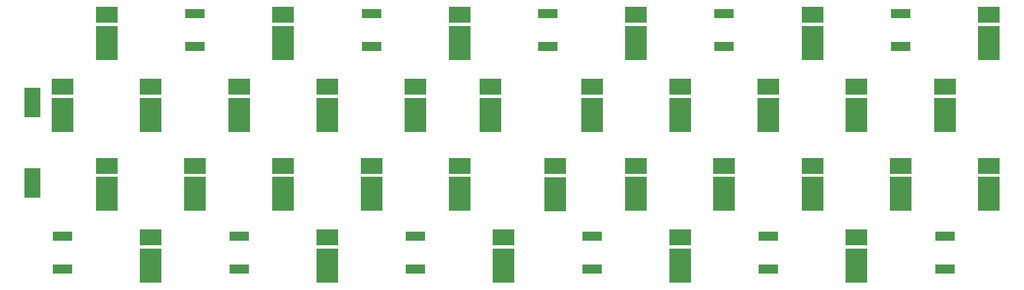
<source format=gbr>
G04 #@! TF.FileFunction,Soldermask,Top*
%FSLAX46Y46*%
G04 Gerber Fmt 4.6, Leading zero omitted, Abs format (unit mm)*
G04 Created by KiCad (PCBNEW 0.201511300701+6336~38~ubuntu14.04.1-stable) date Tue 01 Dec 2015 10:36:23 AM EET*
%MOMM*%
G01*
G04 APERTURE LIST*
%ADD10C,0.100000*%
%ADD11R,2.900000X1.400000*%
%ADD12R,2.400000X4.400000*%
%ADD13R,3.200000X5.200000*%
%ADD14R,3.200000X2.400000*%
G04 APERTURE END LIST*
D10*
D11*
X229428560Y-61424999D03*
X229428560Y-56524999D03*
D12*
X93500000Y-48500000D03*
X93500000Y-36500000D03*
D13*
X104571428Y-27600000D03*
D14*
X104571428Y-23400000D03*
D13*
X98000000Y-38349999D03*
D14*
X98000000Y-34149999D03*
D13*
X104571428Y-50149998D03*
D14*
X104571428Y-45949998D03*
D13*
X130857140Y-27600000D03*
D14*
X130857140Y-23400000D03*
D13*
X111142856Y-38349999D03*
D14*
X111142856Y-34149999D03*
D13*
X117714284Y-50149998D03*
D14*
X117714284Y-45949998D03*
D13*
X157142852Y-27600000D03*
D14*
X157142852Y-23400000D03*
D13*
X124285712Y-38349999D03*
D14*
X124285712Y-34149999D03*
D13*
X111142856Y-60899998D03*
D14*
X111142856Y-56699998D03*
D13*
X183428564Y-27600000D03*
D14*
X183428564Y-23400000D03*
D13*
X137428568Y-38349999D03*
D14*
X137428568Y-34149999D03*
D13*
X130857140Y-50149998D03*
D14*
X130857140Y-45949998D03*
D13*
X150571424Y-38349999D03*
D14*
X150571424Y-34149999D03*
D13*
X143999996Y-50149998D03*
D14*
X143999996Y-45949998D03*
D13*
X137428568Y-60899998D03*
D14*
X137428568Y-56699998D03*
D13*
X209714276Y-27600000D03*
D14*
X209714276Y-23400000D03*
D13*
X161714280Y-38349999D03*
D14*
X161714280Y-34149999D03*
D13*
X157142852Y-50149998D03*
D14*
X157142852Y-45949998D03*
D13*
X176857136Y-38349999D03*
D14*
X176857136Y-34149999D03*
D13*
X171400000Y-50200000D03*
D14*
X171400000Y-46000000D03*
D13*
X163714280Y-60899998D03*
D14*
X163714280Y-56699998D03*
D13*
X235999988Y-27600000D03*
D14*
X235999988Y-23400000D03*
D13*
X189999992Y-38349999D03*
D14*
X189999992Y-34149999D03*
D13*
X183428564Y-50149998D03*
D14*
X183428564Y-45949998D03*
D13*
X196571420Y-50149998D03*
D14*
X196571420Y-45949998D03*
D13*
X189999992Y-60899998D03*
D14*
X189999992Y-56699998D03*
D13*
X203142848Y-38349999D03*
D14*
X203142848Y-34149999D03*
D13*
X209714276Y-50149998D03*
D14*
X209714276Y-45949998D03*
D13*
X216285704Y-38349999D03*
D14*
X216285704Y-34149999D03*
D13*
X222857132Y-50149998D03*
D14*
X222857132Y-45949998D03*
D13*
X216285704Y-60899998D03*
D14*
X216285704Y-56699998D03*
D13*
X229428560Y-38349999D03*
D14*
X229428560Y-34149999D03*
D13*
X235999988Y-50149998D03*
D14*
X235999988Y-45949998D03*
D11*
X117714284Y-28125001D03*
X117714284Y-23225001D03*
X98000000Y-61424999D03*
X98000000Y-56524999D03*
X143999996Y-28125001D03*
X143999996Y-23225001D03*
X124285712Y-61424999D03*
X124285712Y-56524999D03*
X170285708Y-28125001D03*
X170285708Y-23225001D03*
X150571424Y-61424999D03*
X150571424Y-56524999D03*
X196571420Y-28125001D03*
X196571420Y-23225001D03*
X176857136Y-61424999D03*
X176857136Y-56524999D03*
X222857132Y-28125001D03*
X222857132Y-23225001D03*
X203142848Y-61424999D03*
X203142848Y-56524999D03*
M02*

</source>
